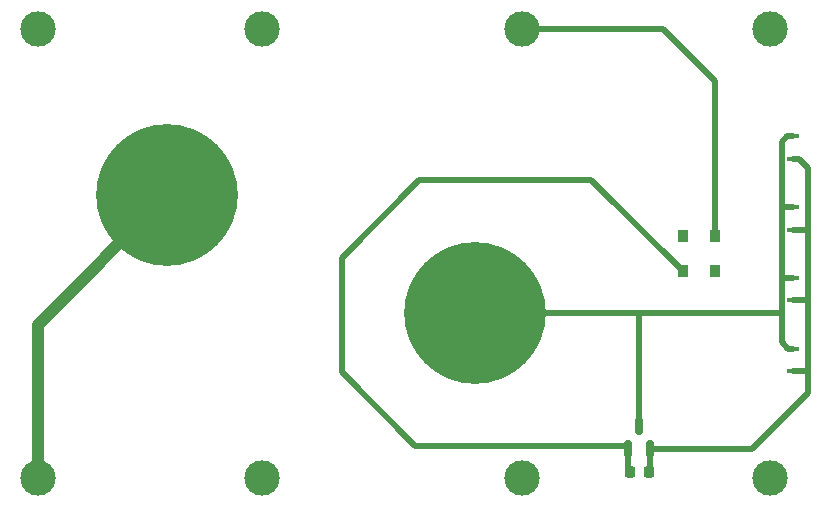
<source format=gtl>
G04 #@! TF.GenerationSoftware,KiCad,Pcbnew,8.0.2-1.fc40*
G04 #@! TF.CreationDate,2024-05-26T08:19:06-07:00*
G04 #@! TF.ProjectId,busicard-bottom,62757369-6361-4726-942d-626f74746f6d,rev?*
G04 #@! TF.SameCoordinates,Original*
G04 #@! TF.FileFunction,Copper,L1,Top*
G04 #@! TF.FilePolarity,Positive*
%FSLAX46Y46*%
G04 Gerber Fmt 4.6, Leading zero omitted, Abs format (unit mm)*
G04 Created by KiCad (PCBNEW 8.0.2-1.fc40) date 2024-05-26 08:19:06*
%MOMM*%
%LPD*%
G01*
G04 APERTURE LIST*
G04 Aperture macros list*
%AMRoundRect*
0 Rectangle with rounded corners*
0 $1 Rounding radius*
0 $2 $3 $4 $5 $6 $7 $8 $9 X,Y pos of 4 corners*
0 Add a 4 corners polygon primitive as box body*
4,1,4,$2,$3,$4,$5,$6,$7,$8,$9,$2,$3,0*
0 Add four circle primitives for the rounded corners*
1,1,$1+$1,$2,$3*
1,1,$1+$1,$4,$5*
1,1,$1+$1,$6,$7*
1,1,$1+$1,$8,$9*
0 Add four rect primitives between the rounded corners*
20,1,$1+$1,$2,$3,$4,$5,0*
20,1,$1+$1,$4,$5,$6,$7,0*
20,1,$1+$1,$6,$7,$8,$9,0*
20,1,$1+$1,$8,$9,$2,$3,0*%
G04 Aperture macros list end*
G04 #@! TA.AperFunction,SMDPad,CuDef*
%ADD10R,1.000000X0.400000*%
G04 #@! TD*
G04 #@! TA.AperFunction,SMDPad,CuDef*
%ADD11C,3.000000*%
G04 #@! TD*
G04 #@! TA.AperFunction,SMDPad,CuDef*
%ADD12RoundRect,0.150000X0.150000X-0.587500X0.150000X0.587500X-0.150000X0.587500X-0.150000X-0.587500X0*%
G04 #@! TD*
G04 #@! TA.AperFunction,SMDPad,CuDef*
%ADD13R,0.850000X1.000000*%
G04 #@! TD*
G04 #@! TA.AperFunction,SMDPad,CuDef*
%ADD14C,12.000000*%
G04 #@! TD*
G04 #@! TA.AperFunction,SMDPad,CuDef*
%ADD15RoundRect,0.218750X-0.218750X-0.256250X0.218750X-0.256250X0.218750X0.256250X-0.218750X0.256250X0*%
G04 #@! TD*
G04 #@! TA.AperFunction,Conductor*
%ADD16C,0.500000*%
G04 #@! TD*
G04 #@! TA.AperFunction,Conductor*
%ADD17C,1.000000*%
G04 #@! TD*
G04 APERTURE END LIST*
D10*
G04 #@! TO.P,D1,1,K*
G04 #@! TO.N,GND*
X198000000Y-108050000D03*
G04 #@! TO.P,D1,2,A*
G04 #@! TO.N,Net-(D1-A)*
X198000000Y-109950000D03*
G04 #@! TD*
D11*
G04 #@! TO.P,TP9,1,1*
G04 #@! TO.N,unconnected-(TP9-Pad1)*
X175000000Y-119000000D03*
G04 #@! TD*
D10*
G04 #@! TO.P,D3,1,K*
G04 #@! TO.N,GND*
X198000000Y-96050000D03*
G04 #@! TO.P,D3,2,A*
G04 #@! TO.N,Net-(D1-A)*
X198000000Y-97950000D03*
G04 #@! TD*
D11*
G04 #@! TO.P,TP1,1,1*
G04 #@! TO.N,/BATT1+*
X175000000Y-81000000D03*
G04 #@! TD*
D12*
G04 #@! TO.P,U1,1,VCC*
G04 #@! TO.N,Net-(U1-VCC)*
X184000000Y-116500000D03*
G04 #@! TO.P,U1,2,VOUT*
G04 #@! TO.N,Net-(D1-A)*
X185900000Y-116500000D03*
G04 #@! TO.P,U1,3,GND*
G04 #@! TO.N,GND*
X184950000Y-114625000D03*
G04 #@! TD*
D13*
G04 #@! TO.P,SW1,1,1*
G04 #@! TO.N,/BATT1+*
X191375000Y-98525000D03*
G04 #@! TO.P,SW1,2,1*
G04 #@! TO.N,unconnected-(SW1-1-Pad2)*
X191375000Y-101475000D03*
G04 #@! TO.P,SW1,3,2*
G04 #@! TO.N,Net-(U1-VCC)*
X188625000Y-101475000D03*
G04 #@! TO.P,SW1,4,2*
G04 #@! TO.N,unconnected-(SW1-2-Pad4)*
X188625000Y-98525000D03*
G04 #@! TD*
D11*
G04 #@! TO.P,TP10,1,1*
G04 #@! TO.N,unconnected-(TP10-Pad1)*
X134000000Y-81000000D03*
G04 #@! TD*
D14*
G04 #@! TO.P,TP3,1,1*
G04 #@! TO.N,GND*
X171000000Y-105000000D03*
G04 #@! TD*
D15*
G04 #@! TO.P,L1,1*
G04 #@! TO.N,Net-(U1-VCC)*
X184162500Y-118500000D03*
G04 #@! TO.P,L1,2*
G04 #@! TO.N,Net-(D1-A)*
X185737500Y-118500000D03*
G04 #@! TD*
D11*
G04 #@! TO.P,TP5,1,1*
G04 #@! TO.N,unconnected-(TP5-Pad1)*
X196000000Y-119000000D03*
G04 #@! TD*
G04 #@! TO.P,TP6,1,1*
G04 #@! TO.N,unconnected-(TP6-Pad1)*
X196000000Y-81000000D03*
G04 #@! TD*
D10*
G04 #@! TO.P,D2,1,K*
G04 #@! TO.N,GND*
X198000000Y-102050000D03*
G04 #@! TO.P,D2,2,A*
G04 #@! TO.N,Net-(D1-A)*
X198000000Y-103950000D03*
G04 #@! TD*
D14*
G04 #@! TO.P,TP2,1,1*
G04 #@! TO.N,/BATT1-*
X145000000Y-95000000D03*
G04 #@! TD*
D11*
G04 #@! TO.P,TP8,1,1*
G04 #@! TO.N,unconnected-(TP8-Pad1)*
X153000000Y-81000000D03*
G04 #@! TD*
G04 #@! TO.P,TP4,1,1*
G04 #@! TO.N,/BATT1-*
X134000000Y-119000000D03*
G04 #@! TD*
G04 #@! TO.P,TP7,1,1*
G04 #@! TO.N,unconnected-(TP7-Pad1)*
X153000000Y-119000000D03*
G04 #@! TD*
D10*
G04 #@! TO.P,D4,1,K*
G04 #@! TO.N,GND*
X198000000Y-90050000D03*
G04 #@! TO.P,D4,2,A*
G04 #@! TO.N,Net-(D1-A)*
X198000000Y-91950000D03*
G04 #@! TD*
D16*
G04 #@! TO.N,Net-(U1-VCC)*
X188625000Y-101475000D02*
X180900000Y-93750000D01*
X159750000Y-110000000D02*
X166000000Y-116250000D01*
X183750000Y-116250000D02*
X184000000Y-116500000D01*
X159750000Y-100340097D02*
X159750000Y-110000000D01*
X166340097Y-93750000D02*
X159750000Y-100340097D01*
X184000000Y-116500000D02*
X184000000Y-118337500D01*
X180900000Y-93750000D02*
X166340097Y-93750000D01*
X166000000Y-116250000D02*
X183750000Y-116250000D01*
G04 #@! TO.N,/BATT1+*
X187000000Y-81000000D02*
X191375000Y-85375000D01*
X191375000Y-85375000D02*
X191375000Y-98525000D01*
X175000000Y-81000000D02*
X187000000Y-81000000D01*
D17*
G04 #@! TO.N,/BATT1-*
X145000000Y-95000000D02*
X134000000Y-106000000D01*
X134000000Y-106000000D02*
X134000000Y-119000000D01*
D16*
G04 #@! TO.N,GND*
X197000000Y-90500000D02*
X197450000Y-90050000D01*
X198000000Y-102050000D02*
X197050000Y-102050000D01*
X198000000Y-96050000D02*
X197050000Y-96050000D01*
X197000000Y-107500000D02*
X197550000Y-108050000D01*
X171050000Y-105050000D02*
X185000000Y-105050000D01*
X197550000Y-108050000D02*
X198000000Y-108050000D01*
X184950000Y-114625000D02*
X184950000Y-105100000D01*
X197450000Y-90050000D02*
X198000000Y-90050000D01*
X197050000Y-96050000D02*
X197000000Y-96000000D01*
X197000000Y-102000000D02*
X197000000Y-96000000D01*
X197000000Y-96000000D02*
X197000000Y-90500000D01*
X197000000Y-105050000D02*
X197000000Y-107500000D01*
X184950000Y-105100000D02*
X185000000Y-105050000D01*
X197000000Y-105050000D02*
X197000000Y-102000000D01*
X185000000Y-105050000D02*
X197000000Y-105050000D01*
X197050000Y-102050000D02*
X197000000Y-102000000D01*
G04 #@! TO.N,Net-(D1-A)*
X199200000Y-103950000D02*
X199250000Y-104000000D01*
X199250000Y-111750000D02*
X199250000Y-110000000D01*
X198450000Y-91950000D02*
X198000000Y-91950000D01*
X198000000Y-97950000D02*
X199200000Y-97950000D01*
X199250000Y-110000000D02*
X199250000Y-104000000D01*
X199200000Y-109950000D02*
X199250000Y-110000000D01*
X199200000Y-97950000D02*
X199250000Y-98000000D01*
X199250000Y-98000000D02*
X199250000Y-92750000D01*
X198000000Y-103950000D02*
X199200000Y-103950000D01*
X185900000Y-116500000D02*
X185900000Y-118337500D01*
X198000000Y-109950000D02*
X199200000Y-109950000D01*
X199250000Y-92750000D02*
X198450000Y-91950000D01*
X194500000Y-116500000D02*
X199250000Y-111750000D01*
X185900000Y-116500000D02*
X194500000Y-116500000D01*
X199250000Y-104000000D02*
X199250000Y-98000000D01*
G04 #@! TD*
M02*

</source>
